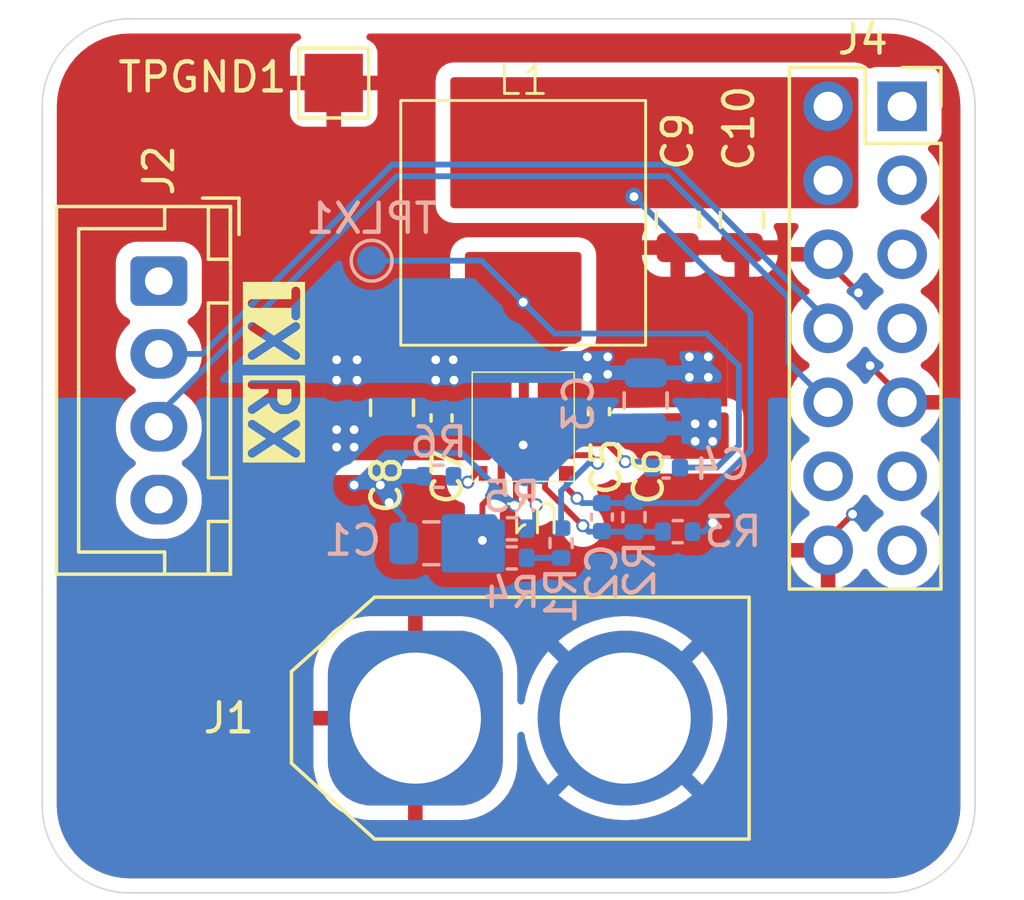
<source format=kicad_pcb>
(kicad_pcb (version 20240108) (generator "pcbnew") (generator_version "8.0")
  (layers (0 "F.Cu" signal) (31 "B.Cu" signal) (34 "B.Paste" user) (35 "F.Paste" user) (36 "B.SilkS" user "B.Silkscreen") (37 "F.SilkS" user "F.Silkscreen") (38 "B.Mask" user) (39 "F.Mask" user) (44 "Edge.Cuts" user))
  (net 0 "")
  (net 1 "/Bias")
  (net 2 "GND")
  (net 3 "+5V1")
  (net 4 "Net-(U1-FB)")
  (net 5 "VIN")
  (net 6 "Net-(U1-BST)")
  (net 7 "Net-(U1-LX)")
  (net 8 "/GPIO15_RXD")
  (net 9 "/GPIO14_TXD")
  (net 10 "Net-(U1-~{RESET})")
  (net 20 "Net-(R1-Pad1)")
  (net 21 "Net-(U1-SSEN)")
  (net 22 "Net-(U1-SYNC)")
  (footprint "Capacitor_SMD:C_0805_2012Metric" (layer "F.Cu") (at 90 58.9 90)
    (property "Reference" "C10" (at 3.15 -0.1 90) (layer "F.SilkS"))
    (property "Value" "47u")
    (fp_line (start -0.261252 -0.735) (end 0.261252 -0.735) (stroke (width 0.12)) (layer "F.SilkS"))
    (fp_line (start -0.261252 0.735) (end 0.261252 0.735) (stroke (width 0.12)) (layer "F.SilkS"))
    (pad "1" smd roundrect (at -0.95 0 90) (size 1 1.45) (layers "F.Cu" "F.Paste" "F.Mask") (net 2 "GND"))
    (pad "2" smd roundrect (at 0.95 0 90) (size 1 1.45) (layers "F.Cu" "F.Paste" "F.Mask") (net 3 "+5V1"))
  )
  (footprint "Custom:F173A3FY+7" (layer "F.Cu") (at 82.5 66 180)
    (property "Reference" "U1" (at -0.3 -3.1 180) (layer "F.SilkS") (effects (font (thickness 0.1))))
    (property "Value" "MAX20004E" (hide yes))
    (fp_rect (start -1.75 1.875) (end 1.75 -1.875) (stroke (width 0.05)) (fill none) (layer "F.SilkS"))
    (pad "1" smd rect (at -1.5 -0.975 180) (size 0.55 0.25) (layers "F.Cu" "F.Paste" "F.Mask") (net 10 "Net-(U1-~{RESET})"))
    (pad "2" smd rect (at -1.525 -0.375 180) (size 0.5 0.275) (layers "F.Cu" "F.Paste" "F.Mask") (net 6 "Net-(U1-BST)"))
    (pad "3" smd rect (at -1.225 0.05 180) (size 1.1 0.2) (layers "F.Cu" "F.Paste" "F.Mask") (net 5 "VIN"))
    (pad "4" smd rect (at -1.225 0.725 180) (size 1.1 0.25) (layers "F.Cu" "F.Paste" "F.Mask") (net 2 "GND"))
    (pad "5" smd rect (at -1.225 1.4 180) (size 1.1 0.2) (layers "F.Cu" "F.Paste" "F.Mask") (net 2 "GND"))
    (pad "5" smd rect (at -1.225 1.6375) (size 0.4 0.525) (layers "F.Cu" "F.Paste" "F.Mask") (net 2 "GND"))
    (pad "6" smd rect (at 0 1.1 270) (size 1.6 0.3) (layers "F.Cu" "F.Paste" "F.Mask") (net 7 "Net-(U1-LX)"))
    (pad "7" smd rect (at 1.225 1.4 180) (size 1.1 0.2) (layers "F.Cu" "F.Paste" "F.Mask") (net 2 "GND"))
    (pad "7" smd rect (at 1.225 1.6375) (size 0.4 0.525) (layers "F.Cu" "F.Paste" "F.Mask") (net 2 "GND"))
    (pad "8" smd rect (at 1.225 0.725 180) (size 1.1 0.25) (layers "F.Cu" "F.Paste" "F.Mask") (net 2 "GND"))
    (pad "9" smd rect (at 1.225 0.05 180) (size 1.1 0.2) (layers "F.Cu" "F.Paste" "F.Mask") (net 5 "VIN"))
    (pad "10" smd rect (at 1.525 -0.375 180) (size 0.5 0.275) (layers "F.Cu" "F.Paste" "F.Mask") (net 5 "VIN"))
    (pad "11" smd rect (at 1.5 -0.975 180) (size 0.55 0.25) (layers "F.Cu" "F.Paste" "F.Mask") (net 5 "VIN"))
    (pad "12" smd rect (at 1.375 -1.625 270) (size 0.55 0.3) (layers "F.Cu" "F.Paste" "F.Mask") (net 22 "Net-(U1-SYNC)"))
    (pad "12" smd rect (at 1.5 -1.5) (size 0.55 0.3) (layers "F.Cu" "F.Paste" "F.Mask") (net 22 "Net-(U1-SYNC)"))
    (pad "13" smd rect (at 0.75 -1.525 270) (size 0.75 0.25) (layers "F.Cu" "F.Paste" "F.Mask") (net 1 "/Bias"))
    (pad "14" smd rect (at 0.25 -1.525 270) (size 0.75 0.25) (layers "F.Cu" "F.Paste" "F.Mask") (net 2 "GND"))
    (pad "15" smd rect (at -0.25 -1.525 270) (size 0.75 0.25) (layers "F.Cu" "F.Paste" "F.Mask") (net 21 "Net-(U1-SSEN)"))
    (pad "16" smd rect (at -0.75 -1.525 270) (size 0.75 0.25) (layers "F.Cu" "F.Paste" "F.Mask") (net 4 "Net-(U1-FB)"))
    (pad "17" smd rect (at -1.5 -1.5) (size 0.55 0.3) (layers "F.Cu" "F.Paste" "F.Mask") (net 3 "+5V1"))
    (pad "17" smd rect (at -1.375 -1.625 90) (size 0.55 0.3) (layers "F.Cu" "F.Paste" "F.Mask") (net 3 "+5V1"))
    (pad "18" smd rect (at 0 -0.625) (size 0.9 0.5) (layers "F.Cu" "F.Paste" "F.Mask") (net 5 "VIN"))
  )
  (footprint "Capacitor_SMD:C_0402_1005Metric" (layer "F.Cu") (at 85.1 65.48 90)
    (property "Reference" "C5" (at -1.9 0.25 90) (layer "F.SilkS"))
    (property "Value" "100n")
    (fp_line (start -0.107836 -0.36) (end 0.107836 -0.36) (stroke (width 0.12)) (layer "F.SilkS"))
    (fp_line (start -0.107836 0.36) (end 0.107836 0.36) (stroke (width 0.12)) (layer "F.SilkS"))
    (pad "1" smd roundrect (at -0.48 0 90) (size 0.56 0.62) (layers "F.Cu" "F.Paste" "F.Mask") (net 5 "VIN"))
    (pad "2" smd roundrect (at 0.48 0 90) (size 0.56 0.62) (layers "F.Cu" "F.Paste" "F.Mask") (net 2 "GND"))
  )
  (footprint "Capacitor_SMD:C_0805_2012Metric" (layer "F.Cu") (at 78 65.35 90)
    (property "Reference" "C8" (at -2.65 -0.2 -90) (layer "F.SilkS"))
    (property "Value" "2u2")
    (fp_line (start -0.261252 -0.735) (end 0.261252 -0.735) (stroke (width 0.12)) (layer "F.SilkS"))
    (fp_line (start -0.261252 0.735) (end 0.261252 0.735) (stroke (width 0.12)) (layer "F.SilkS"))
    (pad "1" smd roundrect (at -0.95 0 90) (size 1 1.45) (layers "F.Cu" "F.Paste" "F.Mask") (net 5 "VIN"))
    (pad "2" smd roundrect (at 0.95 0 90) (size 1 1.45) (layers "F.Cu" "F.Paste" "F.Mask") (net 2 "GND"))
  )
  (footprint "TestPoint:TestPoint_Pad_2.0x2.0mm" (layer "F.Cu") (at 76 54.2)
    (property "Reference" "TPGND1" (at -4.5 -0.2 0) (layer "F.SilkS"))
    (property "Value" "TestPoint")
    (fp_line (start -1.2 -1.2) (end 1.2 -1.2) (stroke (width 0.12)) (layer "F.SilkS"))
    (fp_line (start -1.2 1.2) (end -1.2 -1.2) (stroke (width 0.12)) (layer "F.SilkS"))
    (fp_line (start 1.2 -1.2) (end 1.2 1.2) (stroke (width 0.12)) (layer "F.SilkS"))
    (fp_line (start 1.2 1.2) (end -1.2 1.2) (stroke (width 0.12)) (layer "F.SilkS"))
    (pad "1" smd rect (at 0 0) (size 2 2) (layers "F.Cu" "F.Mask") (net 2 "GND"))
  )
  (footprint "Capacitor_SMD:C_0402_1005Metric" (layer "F.Cu") (at 79.7 65.7 90)
    (property "Reference" "C7" (at -2 0.2 -90) (layer "F.SilkS"))
    (property "Value" "100n")
    (fp_line (start -0.107836 -0.36) (end 0.107836 -0.36) (stroke (width 0.12)) (layer "F.SilkS"))
    (fp_line (start -0.107836 0.36) (end 0.107836 0.36) (stroke (width 0.12)) (layer "F.SilkS"))
    (pad "1" smd roundrect (at -0.48 0 90) (size 0.56 0.62) (layers "F.Cu" "F.Paste" "F.Mask") (net 5 "VIN"))
    (pad "2" smd roundrect (at 0.48 0 90) (size 0.56 0.62) (layers "F.Cu" "F.Paste" "F.Mask") (net 2 "GND"))
  )
  (footprint "Connector_PinSocket_2.54mm:PinSocket_2x07_P2.54mm_Vertical" (layer "F.Cu") (at 95.5 55)
    (property "Reference" "J4" (at -1.35 -2.3 0) (layer "F.SilkS"))
    (property "Value" "Rpi_Connector")
    (fp_line (start -3.87 -1.33) (end -3.87 16.57) (stroke (width 0.12)) (layer "F.SilkS"))
    (fp_line (start -3.87 -1.33) (end -1.27 -1.33) (stroke (width 0.12)) (layer "F.SilkS"))
    (fp_line (start -3.87 16.57) (end 1.33 16.57) (stroke (width 0.12)) (layer "F.SilkS"))
    (fp_line (start -1.27 -1.33) (end -1.27 1.27) (stroke (width 0.12)) (layer "F.SilkS"))
    (fp_line (start -1.27 1.27) (end 1.33 1.27) (stroke (width 0.12)) (layer "F.SilkS"))
    (fp_line (start 0 -1.33) (end 1.33 -1.33) (stroke (width 0.12)) (layer "F.SilkS"))
    (fp_line (start 1.33 -1.33) (end 1.33 0) (stroke (width 0.12)) (layer "F.SilkS"))
    (fp_line (start 1.33 1.27) (end 1.33 16.57) (stroke (width 0.12)) (layer "F.SilkS"))
    (pad "1" thru_hole rect (at 0 0) (size 1.7 1.7) (drill 1) (layers "*.Cu" "*.Mask"))
    (pad "2" thru_hole oval (at -2.54 0) (size 1.7 1.7) (drill 1) (layers "*.Cu" "*.Mask") (net 3 "+5V1"))
    (pad "3" thru_hole oval (at 0 2.54) (size 1.7 1.7) (drill 1) (layers "*.Cu" "*.Mask"))
    (pad "4" thru_hole oval (at -2.54 2.54) (size 1.7 1.7) (drill 1) (layers "*.Cu" "*.Mask") (net 3 "+5V1"))
    (pad "5" thru_hole oval (at 0 5.08) (size 1.7 1.7) (drill 1) (layers "*.Cu" "*.Mask"))
    (pad "6" thru_hole oval (at -2.54 5.08) (size 1.7 1.7) (drill 1) (layers "*.Cu" "*.Mask") (net 2 "GND"))
    (pad "7" thru_hole oval (at 0 7.62) (size 1.7 1.7) (drill 1) (layers "*.Cu" "*.Mask"))
    (pad "8" thru_hole oval (at -2.54 7.62) (size 1.7 1.7) (drill 1) (layers "*.Cu" "*.Mask") (net 9 "/GPIO14_TXD"))
    (pad "9" thru_hole oval (at 0 10.16) (size 1.7 1.7) (drill 1) (layers "*.Cu" "*.Mask") (net 2 "GND"))
    (pad "10" thru_hole oval (at -2.54 10.16) (size 1.7 1.7) (drill 1) (layers "*.Cu" "*.Mask") (net 8 "/GPIO15_RXD"))
    (pad "11" thru_hole oval (at 0 12.7) (size 1.7 1.7) (drill 1) (layers "*.Cu" "*.Mask"))
    (pad "12" thru_hole oval (at -2.54 12.7) (size 1.7 1.7) (drill 1) (layers "*.Cu" "*.Mask"))
    (pad "13" thru_hole oval (at 0 15.24) (size 1.7 1.7) (drill 1) (layers "*.Cu" "*.Mask"))
    (pad "14" thru_hole oval (at -2.54 15.24) (size 1.7 1.7) (drill 1) (layers "*.Cu" "*.Mask") (net 2 "GND"))
  )
  (footprint "Capacitor_SMD:C_0805_2012Metric" (layer "F.Cu") (at 87.8 58.9 90)
    (property "Reference" "C9" (at 2.7 0 90) (layer "F.SilkS"))
    (property "Value" "47u")
    (fp_line (start -0.261252 -0.735) (end 0.261252 -0.735) (stroke (width 0.12)) (layer "F.SilkS"))
    (fp_line (start -0.261252 0.735) (end 0.261252 0.735) (stroke (width 0.12)) (layer "F.SilkS"))
    (pad "1" smd roundrect (at -0.95 0 90) (size 1 1.45) (layers "F.Cu" "F.Paste" "F.Mask") (net 2 "GND"))
    (pad "2" smd roundrect (at 0.95 0 90) (size 1 1.45) (layers "F.Cu" "F.Paste" "F.Mask") (net 3 "+5V1"))
  )
  (footprint "Capacitor_SMD:C_0805_2012Metric" (layer "F.Cu") (at 86.7 65.1 90)
    (property "Reference" "C6" (at -2.6 0.1 90) (layer "F.SilkS"))
    (property "Value" "2u2" (hide yes))
    (fp_line (start -0.261252 -0.735) (end 0.261252 -0.735) (stroke (width 0.12)) (layer "F.SilkS"))
    (fp_line (start -0.261252 0.735) (end 0.261252 0.735) (stroke (width 0.12)) (layer "F.SilkS"))
    (pad "1" smd roundrect (at -0.95 0 90) (size 1 1.45) (layers "F.Cu" "F.Paste" "F.Mask") (net 5 "VIN"))
    (pad "2" smd roundrect (at 0.95 0 90) (size 1 1.45) (layers "F.Cu" "F.Paste" "F.Mask") (net 2 "GND"))
  )
  (footprint "Connector_JST:JST_XH_B4B-XH-A_1x04_P2.50mm_Vertical" (layer "F.Cu") (at 70 61 -90)
    (property "Reference" "J2" (at -3.8 0 90) (layer "F.SilkS"))
    (property "Value" "UART_Conn")
    (fp_line (start -2.56 3.51) (end 10.06 3.51) (stroke (width 0.12)) (layer "F.SilkS"))
    (fp_line (start 10.06 3.51) (end 10.06 -2.46) (stroke (width 0.12)) (layer "F.SilkS"))
    (fp_line (start -1.8 2.75) (end 3.75 2.75) (stroke (width 0.12)) (layer "F.SilkS"))
    (fp_line (start 9.3 2.75) (end 3.75 2.75) (stroke (width 0.12)) (layer "F.SilkS"))
    (fp_line (start -2.55 -0.2) (end -1.8 -0.2) (stroke (width 0.12)) (layer "F.SilkS"))
    (fp_line (start -1.8 -0.2) (end -1.8 2.75) (stroke (width 0.12)) (layer "F.SilkS"))
    (fp_line (start 9.3 -0.2) (end 9.3 2.75) (stroke (width 0.12)) (layer "F.SilkS"))
    (fp_line (start 10.05 -0.2) (end 9.3 -0.2) (stroke (width 0.12)) (layer "F.SilkS"))
    (fp_line (start -2.55 -1.7) (end -0.75 -1.7) (stroke (width 0.12)) (layer "F.SilkS"))
    (fp_line (start -0.75 -1.7) (end -0.75 -2.45) (stroke (width 0.12)) (layer "F.SilkS"))
    (fp_line (start 0.75 -1.7) (end 6.75 -1.7) (stroke (width 0.12)) (layer "F.SilkS"))
    (fp_line (start 6.75 -1.7) (end 6.75 -2.45) (stroke (width 0.12)) (layer "F.SilkS"))
    (fp_line (start 8.25 -1.7) (end 10.05 -1.7) (stroke (width 0.12)) (layer "F.SilkS"))
    (fp_line (start 10.05 -1.7) (end 10.05 -2.45) (stroke (width 0.12)) (layer "F.SilkS"))
    (fp_line (start -2.55 -2.45) (end -2.55 -1.7) (stroke (width 0.12)) (layer "F.SilkS"))
    (fp_line (start -0.75 -2.45) (end -2.55 -2.45) (stroke (width 0.12)) (layer "F.SilkS"))
    (fp_line (start 0.75 -2.45) (end 0.75 -1.7) (stroke (width 0.12)) (layer "F.SilkS"))
    (fp_line (start 6.75 -2.45) (end 0.75 -2.45) (stroke (width 0.12)) (layer "F.SilkS"))
    (fp_line (start 8.25 -2.45) (end 8.25 -1.7) (stroke (width 0.12)) (layer "F.SilkS"))
    (fp_line (start 10.05 -2.45) (end 8.25 -2.45) (stroke (width 0.12)) (layer "F.SilkS"))
    (fp_line (start -2.56 -2.46) (end -2.56 3.51) (stroke (width 0.12)) (layer "F.SilkS"))
    (fp_line (start 10.06 -2.46) (end -2.56 -2.46) (stroke (width 0.12)) (layer "F.SilkS"))
    (fp_line (start -2.85 -2.75) (end -2.85 -1.5) (stroke (width 0.12)) (layer "F.SilkS"))
    (fp_line (start -1.6 -2.75) (end -2.85 -2.75) (stroke (width 0.12)) (layer "F.SilkS"))
    (pad "1" thru_hole roundrect (at 0 0 270) (size 1.7 1.95) (drill 0.95) (layers "*.Cu" "*.Mask") (roundrect_rratio 0.147059))
    (pad "2" thru_hole oval (at 2.5 0 270) (size 1.7 1.95) (drill 0.95) (layers "*.Cu" "*.Mask") (net 9 "/GPIO14_TXD"))
    (pad "3" thru_hole oval (at 5 0 270) (size 1.7 1.95) (drill 0.95) (layers "*.Cu" "*.Mask") (net 8 "/GPIO15_RXD"))
    (pad "4" thru_hole oval (at 7.5 0 270) (size 1.7 1.95) (drill 0.95) (layers "*.Cu" "*.Mask"))
  )
  (footprint "Connector_AMASS:AMASS_XT60-F_1x02_P7.20mm_Vertical" (layer "F.Cu") (at 78.8 76)
    (property "Reference" "J1" (at -6.4 0 360) (layer "F.SilkS"))
    (property "Value" "Battery connector")
    (fp_line (start -4.25 -1.6) (end -4.25 1.55) (stroke (width 0.12)) (layer "F.SilkS"))
    (fp_line (start -4.25 1.55) (end -1.4 4.15) (stroke (width 0.12)) (layer "F.SilkS"))
    (fp_line (start -1.4 -4.15) (end -4.25 -1.6) (stroke (width 0.12)) (layer "F.SilkS"))
    (fp_line (start -1.4 4.15) (end 11.45 4.15) (stroke (width 0.12)) (layer "F.SilkS"))
    (fp_line (start 11.45 -4.15) (end -1.4 -4.15) (stroke (width 0.12)) (layer "F.SilkS"))
    (fp_line (start 11.45 4.15) (end 11.45 -4.15) (stroke (width 0.12)) (layer "F.SilkS"))
    (pad "1" thru_hole roundrect (at 0 0) (size 6 6) (drill 4.5) (layers "*.Cu" "*.Mask") (net 2 "GND"))
    (pad "2" thru_hole circle (at 7.2 0) (size 6 6) (drill 4.5) (layers "*.Cu" "*.Mask") (net 5 "VIN"))
  )
  (footprint "Custom:74437346018" (layer "F.Cu") (at 82.5 59 -90)
    (property "Reference" "L1" (at -4.9 0 0) (layer "F.SilkS") (effects (font (thickness 0.1))))
    (property "Value" "!1u8")
    (fp_rect (start -4.2 -4.2) (end 4.2 4.2) (stroke (width 0.1)) (fill none) (layer "F.SilkS"))
    (pad "1" smd rect (at -2.725 0 90) (size 2.95 3.5) (layers "F.Cu" "F.Paste" "F.Mask") (net 3 "+5V1"))
    (pad "2" smd rect (at 2.725 0 90) (size 2.95 3.5) (layers "F.Cu" "F.Paste" "F.Mask") (net 7 "Net-(U1-LX)"))
  )
  (footprint "Resistor_SMD:R_0402_1005Metric" (layer "B.Cu") (at 82.11 69.5)
    (property "Reference" "R5" (at 0 -1.1 360) (layer "B.SilkS") (effects (justify mirror)))
    (property "Value" "0R")
    (fp_line (start 0.153641 -0.38) (end -0.153641 -0.38) (stroke (width 0.12)) (layer "B.SilkS"))
    (fp_line (start 0.153641 0.38) (end -0.153641 0.38) (stroke (width 0.12)) (layer "B.SilkS"))
    (pad "1" smd roundrect (at -0.51 0) (size 0.54 0.64) (layers "B.Cu" "B.Paste" "B.Mask") (net 1 "/Bias"))
    (pad "2" smd roundrect (at 0.51 0) (size 0.54 0.64) (layers "B.Cu" "B.Paste" "B.Mask") (net 21 "Net-(U1-SSEN)"))
  )
  (footprint "TestPoint:TestPoint_Pad_D1.0mm" (layer "B.Cu") (at 77.3 60.3 180)
    (property "Reference" "TPLX1" (at 0 1.448 0) (layer "B.SilkS") (effects (justify mirror)))
    (property "Value" "TestPoint_Small")
    (fp_circle (center 0 0) (end 0 -0.7) (stroke (width 0.12)) (fill none) (layer "B.SilkS"))
    (pad "1" smd circle (at 0 0 180) (size 1 1) (layers "B.Cu" "B.Mask") (net 7 "Net-(U1-LX)"))
  )
  (footprint "Resistor_SMD:R_0402_1005Metric" (layer "B.Cu") (at 79.6 67.7 180)
    (property "Reference" "R6" (at 0 1.17 360) (layer "B.SilkS") (effects (justify mirror)))
    (property "Value" "0R")
    (fp_line (start 0.153641 0.38) (end -0.153641 0.38) (stroke (width 0.12)) (layer "B.SilkS"))
    (fp_line (start 0.153641 -0.38) (end -0.153641 -0.38) (stroke (width 0.12)) (layer "B.SilkS"))
    (pad "1" smd roundrect (at -0.51 0 180) (size 0.54 0.64) (layers "B.Cu" "B.Paste" "B.Mask") (net 22 "Net-(U1-SYNC)"))
    (pad "2" smd roundrect (at 0.51 0 180) (size 0.54 0.64) (layers "B.Cu" "B.Paste" "B.Mask") (net 2 "GND"))
  )
  (footprint "Capacitor_SMD:C_0402_1005Metric" (layer "B.Cu") (at 85.2 69.1 90)
    (property "Reference" "C2" (at -1.9 0 90) (layer "B.SilkS") (effects (justify mirror)))
    (property "Value" "22p")
    (fp_line (start 0.107836 -0.36) (end -0.107836 -0.36) (stroke (width 0.12)) (layer "B.SilkS"))
    (fp_line (start 0.107836 0.36) (end -0.107836 0.36) (stroke (width 0.12)) (layer "B.SilkS"))
    (pad "1" smd roundrect (at -0.48 0 90) (size 0.56 0.62) (layers "B.Cu" "B.Paste" "B.Mask") (net 4 "Net-(U1-FB)"))
    (pad "2" smd roundrect (at 0.48 0 90) (size 0.56 0.62) (layers "B.Cu" "B.Paste" "B.Mask") (net 3 "+5V1"))
  )
  (footprint "Capacitor_SMD:C_0805_2012Metric" (layer "B.Cu") (at 86.7 65.1 -90)
    (property "Reference" "C3" (at 0.1 2.3 90) (layer "B.SilkS") (effects (justify mirror)))
    (property "Value" "!4u7")
    (fp_line (start 0.261252 0.735) (end -0.261252 0.735) (stroke (width 0.12)) (layer "B.SilkS"))
    (fp_line (start 0.261252 -0.735) (end -0.261252 -0.735) (stroke (width 0.12)) (layer "B.SilkS"))
    (pad "1" smd roundrect (at -0.95 0 270) (size 1 1.45) (layers "B.Cu" "B.Paste" "B.Mask") (net 2 "GND"))
    (pad "2" smd roundrect (at 0.95 0 270) (size 1 1.45) (layers "B.Cu" "B.Paste" "B.Mask") (net 5 "VIN"))
  )
  (footprint "Resistor_SMD:R_0402_1005Metric" (layer "B.Cu") (at 83.8 69.99 90)
    (property "Reference" "R1" (at -1.81 0 90) (layer "B.SilkS") (effects (justify mirror)))
    (property "Value" "20k")
    (fp_line (start 0.153641 -0.38) (end -0.153641 -0.38) (stroke (width 0.12)) (layer "B.SilkS"))
    (fp_line (start 0.153641 0.38) (end -0.153641 0.38) (stroke (width 0.12)) (layer "B.SilkS"))
    (pad "1" smd roundrect (at -0.51 0 90) (size 0.54 0.64) (layers "B.Cu" "B.Paste" "B.Mask") (net 20 "Net-(R1-Pad1)"))
    (pad "2" smd roundrect (at 0.51 0 90) (size 0.54 0.64) (layers "B.Cu" "B.Paste" "B.Mask") (net 10 "Net-(U1-~{RESET})"))
  )
  (footprint "Resistor_SMD:R_0402_1005Metric" (layer "B.Cu") (at 82.11 70.5 180)
    (property "Reference" "R4" (at 0 -1.2 360) (layer "B.SilkS") (effects (justify mirror)))
    (property "Value" "0R" (hide yes))
    (fp_line (start 0.153641 0.38) (end -0.153641 0.38) (stroke (width 0.12)) (layer "B.SilkS"))
    (fp_line (start 0.153641 -0.38) (end -0.153641 -0.38) (stroke (width 0.12)) (layer "B.SilkS"))
    (pad "1" smd roundrect (at -0.51 0 180) (size 0.54 0.64) (layers "B.Cu" "B.Paste" "B.Mask") (net 20 "Net-(R1-Pad1)"))
    (pad "2" smd roundrect (at 0.51 0 180) (size 0.54 0.64) (layers "B.Cu" "B.Paste" "B.Mask") (net 1 "/Bias"))
  )
  (footprint "Capacitor_SMD:C_0402_1005Metric" (layer "B.Cu") (at 87.4 67.4 180)
    (property "Reference" "C4" (at -1.9 0.1 360) (layer "B.SilkS") (effects (justify mirror)))
    (property "Value" "100n")
    (fp_line (start 0.107836 0.36) (end -0.107836 0.36) (stroke (width 0.12)) (layer "B.SilkS"))
    (fp_line (start 0.107836 -0.36) (end -0.107836 -0.36) (stroke (width 0.12)) (layer "B.SilkS"))
    (pad "1" smd roundrect (at -0.48 0 180) (size 0.56 0.62) (layers "B.Cu" "B.Paste" "B.Mask") (net 7 "Net-(U1-LX)"))
    (pad "2" smd roundrect (at 0.48 0 180) (size 0.56 0.62) (layers "B.Cu" "B.Paste" "B.Mask") (net 6 "Net-(U1-BST)"))
  )
  (footprint "Resistor_SMD:R_0402_1005Metric" (layer "B.Cu") (at 87.8 69.6)
    (property "Reference" "R3" (at 1.9 0 360) (layer "B.SilkS") (effects (justify mirror)))
    (property "Value" "2k")
    (fp_line (start 0.153641 -0.38) (end -0.153641 -0.38) (stroke (width 0.12)) (layer "B.SilkS"))
    (fp_line (start 0.153641 0.38) (end -0.153641 0.38) (stroke (width 0.12)) (layer "B.SilkS"))
    (pad "1" smd roundrect (at -0.51 0) (size 0.54 0.64) (layers "B.Cu" "B.Paste" "B.Mask") (net 4 "Net-(U1-FB)"))
    (pad "2" smd roundrect (at 0.51 0) (size 0.54 0.64) (layers "B.Cu" "B.Paste" "B.Mask") (net 2 "GND"))
  )
  (footprint "Capacitor_SMD:C_0805_2012Metric" (layer "B.Cu") (at 79.35 70)
    (property "Reference" "C1" (at -2.7 -0.1 360) (layer "B.SilkS") (effects (justify mirror)))
    (property "Value" "2u2" (hide yes))
    (fp_line (start 0.261252 -0.735) (end -0.261252 -0.735) (stroke (width 0.12)) (layer "B.SilkS"))
    (fp_line (start 0.261252 0.735) (end -0.261252 0.735) (stroke (width 0.12)) (layer "B.SilkS"))
    (pad "1" smd roundrect (at -0.95 0) (size 1 1.45) (layers "B.Cu" "B.Paste" "B.Mask") (net 2 "GND"))
    (pad "2" smd roundrect (at 0.95 0) (size 1 1.45) (layers "B.Cu" "B.Paste" "B.Mask") (net 1 "/Bias"))
  )
  (footprint "Resistor_SMD:R_0402_1005Metric" (layer "B.Cu") (at 86.3 69.1 90)
    (property "Reference" "R2" (at -1.8 0.2 90) (layer "B.SilkS") (effects (justify mirror)))
    (property "Value" "8k2" (hide yes))
    (fp_line (start 0.153641 -0.38) (end -0.153641 -0.38) (stroke (width 0.12)) (layer "B.SilkS"))
    (fp_line (start 0.153641 0.38) (end -0.153641 0.38) (stroke (width 0.12)) (layer "B.SilkS"))
    (pad "1" smd roundrect (at -0.51 0 90) (size 0.54 0.64) (layers "B.Cu" "B.Paste" "B.Mask") (net 4 "Net-(U1-FB)"))
    (pad "2" smd roundrect (at 0.51 0 90) (size 0.54 0.64) (layers "B.Cu" "B.Paste" "B.Mask") (net 3 "+5V1"))
  )
  (gr_line (start 98 79) (end 98 55) (stroke (width 0.05)) (layer "Edge.Cuts"))
  (gr_arc (start 69 82) (mid 66.87868 81.12132) (end 66 79) (stroke (width 0.05)) (layer "Edge.Cuts"))
  (gr_line (start 69 82) (end 95 82) (stroke (width 0.05)) (layer "Edge.Cuts"))
  (gr_arc (start 95 52) (mid 97.12132 52.87868) (end 98 55) (stroke (width 0.05)) (layer "Edge.Cuts"))
  (gr_arc (start 98 79) (mid 97.12132 81.12132) (end 95 82) (stroke (width 0.05)) (layer "Edge.Cuts"))
  (gr_line (start 95 52) (end 69 52) (stroke (width 0.05)) (layer "Edge.Cuts"))
  (gr_arc (start 66 55) (mid 66.87868 52.87868) (end 69 52) (stroke (width 0.05)) (layer "Edge.Cuts"))
  (gr_line (start 66 55) (end 66 79) (stroke (width 0.05)) (layer "Edge.Cuts"))
  (gr_text "RX\n" (at 73 64 -90) (layer "F.SilkS" knockout) (effects (font (size 1.5 1.5) (thickness 0.3) (bold yes)) (justify left bottom)))
  (gr_text "TX" (at 73 61 -90) (layer "F.SilkS" knockout) (effects (font (size 1.5 1.5) (thickness 0.3) (bold yes)) (justify left bottom)))
  (segment (start 81.1 69.9) (end 81.1 68.675) (width 0.2) (layer "F.Cu") (net 1))
  (segment (start 81.1 68.675) (end 81.75 68.025) (width 0.2) (layer "F.Cu") (net 1))
  (segment (start 81.75 68.025) (end 81.75 67.525) (width 0.2) (layer "F.Cu") (net 1))
  (via (at 81.1 69.9) (size 0.45) (drill 0.3) (layers "F.Cu" "B.Cu") (net 1))
  (segment (start 82.25 68.65) (end 82.25 67.525) (width 0.2) (layer "F.Cu") (net 2))
  (segment (start 92.96 60.36) (end 94 61.4) (width 0.2) (layer "F.Cu") (net 2))
  (segment (start 92.96 69.84) (end 93.8 69) (width 0.2) (layer "F.Cu") (net 2))
  (segment (start 92.96 60.08) (end 92.96 60.36) (width 0.2) (layer "F.Cu") (net 2))
  (segment (start 82.2 68.7) (end 82.25 68.65) (width 0.2) (layer "F.Cu") (net 2))
  (segment (start 92.96 70.24) (end 92.96 69.84) (width 0.2) (layer "F.Cu") (net 2))
  (segment (start 95.5 65.16) (end 95.5 65) (width 0.2) (layer "F.Cu") (net 2))
  (segment (start 95.5 65) (end 94.4 63.9) (width 0.2) (layer "F.Cu") (net 2))
  (via (at 79.5 63.7) (size 0.45) (drill 0.3) (layers "F.Cu" "B.Cu") (net 2))
  (via (at 76.8 63.7) (size 0.45) (drill 0.3) (layers "F.Cu" "B.Cu") (net 2))
  (via (at 89 69.3) (size 0.45) (drill 0.3) (layers "F.Cu" "B.Cu") (net 2))
  (via (at 88.2 63.6) (size 0.45) (drill 0.3) (layers "F.Cu" "B.Cu") (net 2))
  (via (at 94.4 63.9) (size 0.45) (drill 0.3) (layers "F.Cu" "B.Cu") (net 2))
  (via (at 84.7 64.3) (size 0.45) (drill 0.3) (layers "F.Cu" "B.Cu") (net 2))
  (via (at 76.1 64.4) (size 0.45) (drill 0.3) (layers "F.Cu" "B.Cu") (net 2))
  (via (at 88.85 64.3) (size 0.45) (drill 0.3) (layers "F.Cu" "B.Cu") (net 2))
  (via (at 93.8 69) (size 0.45) (drill 0.3) (layers "F.Cu" "B.Cu") (net 2))
  (via (at 80.1 63.7) (size 0.45) (drill 0.3) (layers "F.Cu" "B.Cu") (net 2))
  (via (at 76.7 68) (size 0.45) (drill 0.3) (layers "F.Cu" "B.Cu") (net 2))
  (via (at 88.2 64.3) (size 0.45) (drill 0.3) (layers "F.Cu" "B.Cu") (net 2))
  (via (at 77.6 68) (size 0.45) (drill 0.3) (layers "F.Cu" "B.Cu") (net 2))
  (via (at 84.7 63.6) (size 0.45) (drill 0.3) (layers "F.Cu" "B.Cu") (net 2))
  (via (at 80.125003 64.4) (size 0.45) (drill 0.3) (layers "F.Cu" "B.Cu") (net 2))
  (via (at 79.5 64.4) (size 0.45) (drill 0.3) (layers "F.Cu" "B.Cu") (net 2))
  (via (at 88.85 63.6) (size 0.45) (drill 0.3) (layers "F.Cu" "B.Cu") (net 2))
  (via (at 85.4 63.6) (size 0.45) (drill 0.3) (layers "F.Cu" "B.Cu") (net 2))
  (via (at 82.2 68.7) (size 0.45) (drill 0.3) (layers "F.Cu" "B.Cu") (net 2))
  (via (at 76.1 63.7) (size 0.45) (drill 0.3) (layers "F.Cu" "B.Cu") (net 2))
  (via (at 85.4 64.2) (size 0.45) (drill 0.3) (layers "F.Cu" "B.Cu") (net 2))
  (via (at 76.8 64.4) (size 0.45) (drill 0.3) (layers "F.Cu" "B.Cu") (net 2))
  (via (at 77.9 68.6) (size 0.45) (drill 0.3) (layers "F.Cu" "B.Cu") (net 2))
  (via (at 94 61.4) (size 0.45) (drill 0.3) (layers "F.Cu" "B.Cu") (net 2))
  (segment (start 80.4 66.9) (end 77.8 66.9) (width 0.2) (layer "B.Cu") (net 2))
  (segment (start 82.2 68.7) (end 80.4 66.9) (width 0.2) (layer "B.Cu") (net 2))
  (segment (start 78.4 69.1) (end 77.9 68.6) (width 0.2) (layer "B.Cu") (net 2))
  (segment (start 77.8 66.9) (end 76.7 68) (width 0.2) (layer "B.Cu") (net 2))
  (segment (start 78.4 70) (end 78.4 69.1) (width 0.2) (layer "B.Cu") (net 2))
  (segment (start 77.6 68) (end 77.9 67.7) (width 0.2) (layer "B.Cu") (net 2))
  (segment (start 88.31 69.6) (end 88.7 69.6) (width 0.2) (layer "B.Cu") (net 2))
  (segment (start 88.7 69.6) (end 89 69.3) (width 0.2) (layer "B.Cu") (net 2))
  (segment (start 78.65 69.5) (end 78.65 69.75) (width 0.2) (layer "B.Cu") (net 2))
  (segment (start 78.65 69.75) (end 78.4 70) (width 0.2) (layer "B.Cu") (net 2))
  (segment (start 77.9 67.7) (end 79.09 67.7) (width 0.2) (layer "B.Cu") (net 2))
  (segment (start 81.485 57.29) (end 82.5 56.275) (width 0.2) (layer "F.Cu") (net 3))
  (segment (start 84.345738 68.454262) (end 84 68.108524) (width 0.2) (layer "F.Cu") (net 3))
  (segment (start 84.125 67.625) (end 83.875 67.625) (width 0.2) (layer "F.Cu") (net 3))
  (segment (start 84 68.108524) (end 84 67.5) (width 0.2) (layer "F.Cu") (net 3))
  (via (at 86.3 58.1) (size 0.6) (drill 0.3) (layers "F.Cu" "B.Cu") (net 3))
  (via (at 84.345738 68.454262) (size 0.45) (drill 0.3) (layers "F.Cu" "B.Cu") (net 3))
  (segment (start 85.2 68.62) (end 84.511476 68.62) (width 0.2) (layer "B.Cu") (net 3))
  (segment (start 86.3 58.1) (end 90.3 62.1) (width 0.2) (layer "B.Cu") (net 3))
  (segment (start 84.511476 68.62) (end 84.345738 68.454262) (width 0.2) (layer "B.Cu") (net 3))
  (segment (start 90.3 62.1) (end 90.3 66.808149) (width 0.2) (layer "B.Cu") (net 3))
  (segment (start 90.3 66.808149) (end 88.488149 68.62) (width 0.2) (layer "B.Cu") (net 3))
  (segment (start 88.488149 68.62) (end 85.2 68.62) (width 0.2) (layer "B.Cu") (net 3))
  (segment (start 84.544999 69.395987) (end 83.25 68.100988) (width 0.2) (layer "F.Cu") (net 4))
  (segment (start 83.25 68.100988) (end 83.25 67.525) (width 0.2) (layer "F.Cu") (net 4))
  (via (at 84.544999 69.395987) (size 0.45) (drill 0.3) (layers "F.Cu" "B.Cu") (net 4))
  (segment (start 84.544999 69.395987) (end 84.749012 69.6) (width 0.2) (layer "B.Cu") (net 4))
  (segment (start 84.749012 69.6) (end 87.29 69.6) (width 0.2) (layer "B.Cu") (net 4))
  (via (at 88.4 65.9) (size 0.45) (drill 0.3) (layers "F.Cu" "B.Cu") (net 5))
  (via (at 76.1 66.7) (size 0.45) (drill 0.3) (layers "F.Cu" "B.Cu") (net 5))
  (via (at 76.7 66.7) (size 0.45) (drill 0.3) (layers "F.Cu" "B.Cu") (net 5))
  (via (at 76.7 66.1) (size 0.45) (drill 0.3) (layers "F.Cu" "B.Cu") (net 5))
  (via (at 88.4 66.5) (size 0.45) (drill 0.3) (layers "F.Cu" "B.Cu") (net 5))
  (via (at 89 66.5) (size 0.45) (drill 0.3) (layers "F.Cu" "B.Cu") (net 5))
  (via (at 76.1 66.1) (size 0.45) (drill 0.3) (layers "F.Cu" "B.Cu") (net 5))
  (via (at 82.5 66.625) (size 0.45) (drill 0.3) (layers "F.Cu" "B.Cu") (net 5))
  (via (at 89 65.9) (size 0.45) (drill 0.3) (layers "F.Cu" "B.Cu") (net 5))
  (segment (start 86.7 66.05) (end 83.075 66.05) (width 1) (layer "B.Cu") (net 5))
  (segment (start 83.075 66.05) (end 82.5 66.625) (width 1) (layer "B.Cu") (net 5))
  (segment (start 84.025 66.375) (end 84.375 66.375) (width 0.2) (layer "F.Cu") (net 6))
  (segment (start 84.575 66.575) (end 85.375 66.575) (width 0.2) (layer "F.Cu") (net 6))
  (segment (start 84.375 66.375) (end 84.575 66.575) (width 0.2) (layer "F.Cu") (net 6))
  (segment (start 85.375 66.575) (end 86 67.2) (width 0.2) (layer "F.Cu") (net 6))
  (via (at 86 67.2) (size 0.45) (drill 0.3) (layers "F.Cu" "B.Cu") (net 6))
  (segment (start 86.72 67.2) (end 86.92 67.4) (width 0.2) (layer "B.Cu") (net 6))
  (segment (start 86 67.2) (end 86.72 67.2) (width 0.2) (layer "B.Cu") (net 6))
  (via (at 82.5 61.725) (size 0.45) (drill 0.3) (layers "F.Cu" "B.Cu") (net 7))
  (segment (start 89.9 63.907537) (end 88.792463 62.8) (width 0.2) (layer "B.Cu") (net 7))
  (segment (start 88.792463 62.8) (end 83.575 62.8) (width 0.2) (layer "B.Cu") (net 7))
  (segment (start 81.075 60.3) (end 82.5 61.725) (width 0.2) (layer "B.Cu") (net 7))
  (segment (start 89.142463 67.4) (end 89.9 66.642463) (width 0.2) (layer "B.Cu") (net 7))
  (segment (start 87.88 67.4) (end 89.142463 67.4) (width 0.2) (layer "B.Cu") (net 7))
  (segment (start 77.3 60.3) (end 81.075 60.3) (width 0.2) (layer "B.Cu") (net 7))
  (segment (start 89.9 66.642463) (end 89.9 63.907537) (width 0.2) (layer "B.Cu") (net 7))
  (segment (start 83.575 62.8) (end 82.5 61.725) (width 0.2) (layer "B.Cu") (net 7))
  (segment (start 91.6 63.8) (end 91.6 61.565686) (width 0.2) (layer "B.Cu") (net 8))
  (segment (start 92.96 65.16) (end 91.6 63.8) (width 0.2) (layer "B.Cu") (net 8))
  (segment (start 78.165686 57.4) (end 70 65.565686) (width 0.2) (layer "B.Cu") (net 8))
  (segment (start 91.6 61.565686) (end 87.434314 57.4) (width 0.2) (layer "B.Cu") (net 8))
  (segment (start 70 65.565686) (end 70 66) (width 0.2) (layer "B.Cu") (net 8))
  (segment (start 87.434314 57.4) (end 78.165686 57.4) (width 0.2) (layer "B.Cu") (net 8))
  (segment (start 87.6 57) (end 78 57) (width 0.2) (layer "B.Cu") (net 9))
  (segment (start 92.96 62.36) (end 87.6 57) (width 0.2) (layer "B.Cu") (net 9))
  (segment (start 78 57) (end 71.5 63.5) (width 0.2) (layer "B.Cu") (net 9))
  (segment (start 71.5 63.5) (end 70 63.5) (width 0.2) (layer "B.Cu") (net 9))
  (segment (start 92.96 62.62) (end 92.96 62.36) (width 0.2) (layer "B.Cu") (net 9))
  (segment (start 84.775 66.975) (end 85.05 67.25) (width 0.2) (layer "F.Cu") (net 10))
  (segment (start 84 66.975) (end 84.775 66.975) (width 0.2) (layer "F.Cu") (net 10))
  (segment (start 85.05 67.25) (end 85.1 67.3) (width 0.2) (layer "F.Cu") (net 10))
  (via (at 85.05 67.25) (size 0.45) (drill 0.3) (layers "F.Cu" "B.Cu") (net 10))
  (segment (start 84.75 67.25) (end 85.05 67.25) (width 0.2) (layer "B.Cu") (net 10))
  (segment (start 83.8 68.2) (end 84.75 67.25) (width 0.2) (layer "B.Cu") (net 10))
  (segment (start 83.8 69.48) (end 83.8 68.2) (width 0.2) (layer "B.Cu") (net 10))
  (segment (start 83.8 70.5) (end 82.62 70.5) (width 0.2) (layer "B.Cu") (net 20))
  (segment (start 82.75 67.525) (end 82.75 68.478527) (width 0.2) (layer "F.Cu") (net 21))
  (segment (start 82.75 68.478527) (end 82.951474 68.680001) (width 0.2) (layer "F.Cu") (net 21))
  (via (at 82.951474 68.680001) (size 0.45) (drill 0.3) (layers "F.Cu" "B.Cu") (net 21))
  (segment (start 82.951474 68.680001) (end 82.91 68.721475) (width 0.2) (layer "B.Cu") (net 21))
  (segment (start 82.91 68.721475) (end 82.91 69.5) (width 0.2) (layer "B.Cu") (net 21))
  (segment (start 81 67.5) (end 80.6 67.9) (width 0.2) (layer "F.Cu") (net 22))
  (via (at 80.6 67.9) (size 0.45) (drill 0.3) (layers "F.Cu" "B.Cu") (net 22))
  (segment (start 80.31 67.9) (end 80.11 67.7) (width 0.2) (layer "B.Cu") (net 22))
  (segment (start 80.6 67.9) (end 80.31 67.9) (width 0.2) (layer "B.Cu") (net 22))
  (zone (net 3) (net_name "+5V1") (layer "F.Cu") (priority 1) (connect_pads yes (clearance 0.3)) (min_thickness 0.25) (fill yes (thermal_gap 0.5) (thermal_bridge_width 0.5))
    (polygon (pts (xy 94 58.5) (xy 80 58.5) (xy 80 54) (xy 94 54)))
  )
  (zone (net 2) (net_name "GND") (layer "F.Cu") (priority 6) (connect_pads yes (clearance 0.2)) (min_thickness 0.25) (fill yes (thermal_gap 0.5) (thermal_bridge_width 0.5) (island_removal_mode 1) (island_area_min 10))
    (polygon (pts (xy 82.1 65.6) (xy 75.7 65.6) (xy 75.7 63.3) (xy 80.4 63.3) (xy 82.1 64.1)))
  )
  (zone (net 7) (net_name "Net-(U1-LX)") (layer "F.Cu") (priority 4) (connect_pads yes (clearance 0.3)) (min_thickness 0.25) (fill yes (thermal_gap 0.5) (thermal_bridge_width 0.5))
    (polygon (pts (xy 82.5 65.9) (xy 82.15 65.7) (xy 82.15 64.05) (xy 80.5 63.3) (xy 80.5 60) (xy 84.5 60) (xy 84.5 63.25) (xy 82.85 64.05) (xy 82.85 65.7)))
  )
  (zone (net 5) (net_name "VIN") (layer "F.Cu") (priority 3) (connect_pads yes (clearance 0.2)) (min_thickness 0.25) (fill yes (thermal_gap 0.5) (thermal_bridge_width 0.5) (island_removal_mode 1) (island_area_min 10))
    (polygon (pts (xy 75.65 67.15) (xy 81.35 67.15) (xy 81.55 66.9) (xy 83.35 66.9) (xy 83.35 66.05) (xy 84.4 66.05) (xy 85.45 67.1) (xy 89.55 67.1) (xy 89.55 65.5) (xy 84.75 65.5) (xy 84.4 65.65) (xy 83.1 65.65) (xy 82.8 66.05) (xy 82.2 66.05) (xy 81.9 65.6) (xy 75.65 65.6)))
  )
  (zone (net 2) (net_name "GND") (layer "F.Cu") (priority 5) (connect_pads yes (clearance 0.2)) (min_thickness 0.25) (fill yes (thermal_gap 0.5) (thermal_bridge_width 0.5) (island_removal_mode 1) (island_area_min 10))
    (polygon (pts (xy 89.5 63.1) (xy 89.5 65.3) (xy 83 65.4) (xy 83 64.1) (xy 85.1 63.1)))
  )
  (zone (net 2) (net_name "GND") (layers "F&B.Cu") (connect_pads (clearance 0.5)) (min_thickness 0.25) (fill yes (thermal_gap 0.5) (thermal_bridge_width 0.5))
    (polygon (pts (xy 66 52) (xy 98 52) (xy 98 82) (xy 66 82)))
  )
  (zone (net 5) (net_name "VIN") (layer "B.Cu") (priority 2) (connect_pads (clearance 0.5)) (min_thickness 0.25) (fill yes (thermal_gap 0.5) (thermal_bridge_width 0.5))
    (polygon (pts (xy 66 65) (xy 98 65) (xy 98 82) (xy 66 82)))
  )
  (zone (net 1) (net_name "/Bias") (layer "B.Cu") (priority 7) (connect_pads yes (clearance 0.5)) (min_thickness 0.25) (fill yes (thermal_gap 0.5) (thermal_bridge_width 0.5))
    (polygon (pts (xy 79.7 69) (xy 79.7 71) (xy 82 71) (xy 82 69)))
  )
)
</source>
